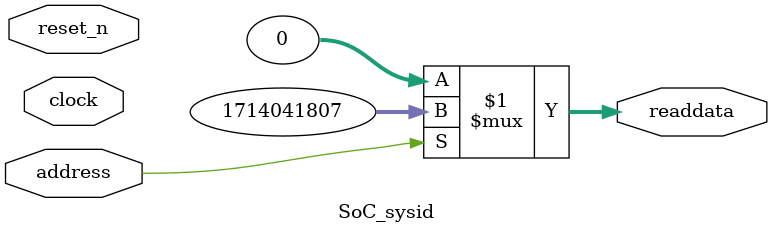
<source format=v>

`timescale 1ns / 1ps
// synthesis translate_on

// turn off superfluous verilog processor warnings 
// altera message_level Level1 
// altera message_off 10034 10035 10036 10037 10230 10240 10030 

module SoC_sysid (
               // inputs:
                address,
                clock,
                reset_n,

               // outputs:
                readdata
             )
;

  output  [ 31: 0] readdata;
  input            address;
  input            clock;
  input            reset_n;

  wire    [ 31: 0] readdata;
  //control_slave, which is an e_avalon_slave
  assign readdata = address ? 1714041807 : 0;

endmodule




</source>
